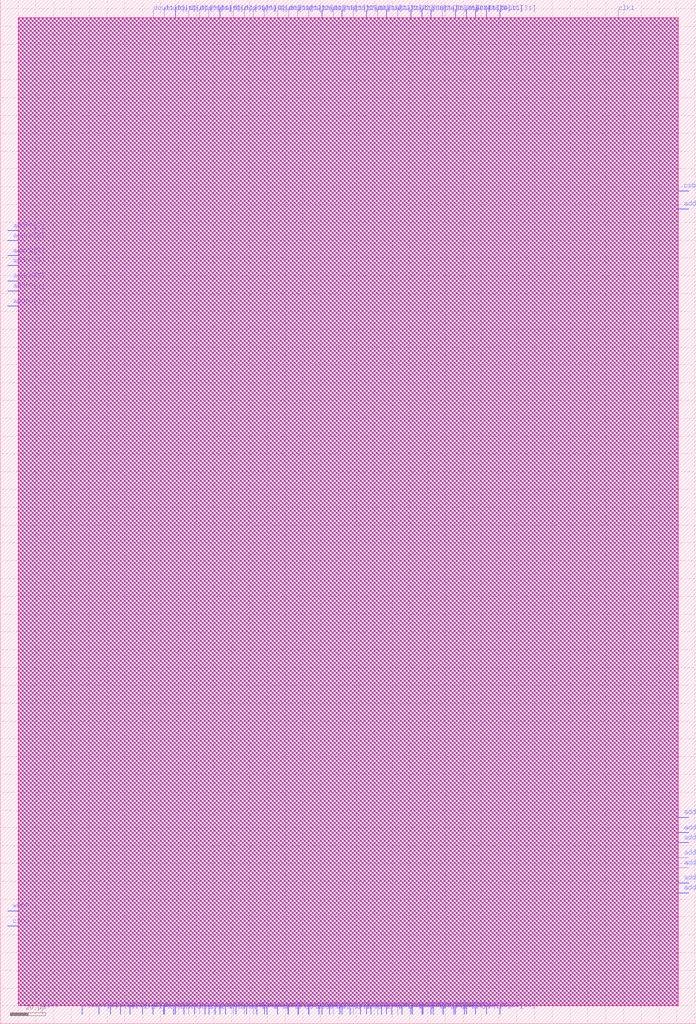
<source format=lef>
VERSION 5.7 ;
  NAMESCASESENSITIVE ON ;
  NOWIREEXTENSIONATPIN ON ;
  DIVIDERCHAR "/" ;
  BUSBITCHARS "[]" ;
UNITS
  DATABASE MICRONS 1000 ;
END UNITS
MACRO sram_1rw1r_32_256_8_s8
  CLASS BLOCK ;
  FOREIGN sram_1rw1r_32_256_8_s8 ;
  ORIGIN 0.000 0.000 ;
  SIZE 390.820 BY 574.890 ;
  SYMMETRY X Y R90 ;
  PIN din0[0]
    DIRECTION INPUT ;
    PORT
      LAYER met2 ;
        RECT 79.745 5.440 80.075 9.700 ;
    END
  END din0[0]


  PIN din0[1]
    DIRECTION INPUT ;
    PORT
      LAYER met2 ;
        RECT 85.575 5.440 85.905 9.700 ;
    END
  END din0[1]


  PIN din0[2]
    DIRECTION INPUT ;
    PORT
      LAYER met2 ;
        RECT 91.405 5.440 91.735 9.700 ;
    END
  END din0[2]


  PIN din0[3]
    DIRECTION INPUT ;
    PORT
      LAYER met2 ;
        RECT 97.235 5.440 97.565 9.700 ;
    END
  END din0[3]


  PIN din0[4]
    DIRECTION INPUT ;
    PORT
      LAYER met2 ;
        RECT 103.065 5.440 103.395 9.700 ;
    END
  END din0[4]


  PIN din0[5]
    DIRECTION INPUT ;
    PORT
      LAYER met2 ;
        RECT 108.895 5.440 109.225 9.700 ;
    END
  END din0[5]


  PIN din0[6]
    DIRECTION INPUT ;
    PORT
      LAYER met2 ;
        RECT 114.725 5.440 115.055 9.700 ;
    END
  END din0[6]


  PIN din0[7]
    DIRECTION INPUT ;
    PORT
      LAYER met2 ;
        RECT 120.555 5.440 120.885 9.700 ;
    END
  END din0[7]


  PIN din0[8]
    DIRECTION INPUT ;
    PORT
      LAYER met2 ;
        RECT 126.385 5.440 126.715 9.700 ;
    END
  END din0[8]


  PIN din0[9]
    DIRECTION INPUT ;
    PORT
      LAYER met2 ;
        RECT 132.215 5.440 132.545 9.700 ;
    END
  END din0[9]


  PIN din0[10]
    DIRECTION INPUT ;
    PORT
      LAYER met2 ;
        RECT 138.045 5.440 138.375 9.700 ;
    END
  END din0[10]


  PIN din0[11]
    DIRECTION INPUT ;
    PORT
      LAYER met2 ;
        RECT 143.875 5.440 144.205 9.700 ;
    END
  END din0[11]


  PIN din0[12]
    DIRECTION INPUT ;
    PORT
      LAYER met2 ;
        RECT 149.705 5.440 150.035 9.700 ;
    END
  END din0[12]


  PIN din0[13]
    DIRECTION INPUT ;
    PORT
      LAYER met2 ;
        RECT 155.535 5.440 155.865 9.700 ;
    END
  END din0[13]


  PIN din0[14]
    DIRECTION INPUT ;
    PORT
      LAYER met2 ;
        RECT 161.365 5.440 161.695 9.700 ;
    END
  END din0[14]


  PIN din0[15]
    DIRECTION INPUT ;
    PORT
      LAYER met2 ;
        RECT 167.195 5.440 167.525 9.700 ;
    END
  END din0[15]


  PIN din0[16]
    DIRECTION INPUT ;
    PORT
      LAYER met2 ;
        RECT 173.025 5.440 173.355 9.700 ;
    END
  END din0[16]


  PIN din0[17]
    DIRECTION INPUT ;
    PORT
      LAYER met2 ;
        RECT 178.855 5.440 179.185 9.700 ;
    END
  END din0[17]


  PIN din0[18]
    DIRECTION INPUT ;
    PORT
      LAYER met2 ;
        RECT 184.685 5.440 185.015 9.700 ;
    END
  END din0[18]


  PIN din0[19]
    DIRECTION INPUT ;
    PORT
      LAYER met2 ;
        RECT 190.515 5.440 190.845 9.700 ;
    END
  END din0[19]


  PIN din0[20]
    DIRECTION INPUT ;
    PORT
      LAYER met2 ;
        RECT 196.345 5.440 196.675 9.700 ;
    END
  END din0[20]


  PIN din0[21]
    DIRECTION INPUT ;
    PORT
      LAYER met2 ;
        RECT 202.175 5.440 202.505 9.700 ;
    END
  END din0[21]


  PIN din0[22]
    DIRECTION INPUT ;
    PORT
      LAYER met2 ;
        RECT 208.005 5.440 208.335 9.700 ;
    END
  END din0[22]


  PIN din0[23]
    DIRECTION INPUT ;
    PORT
      LAYER met2 ;
        RECT 213.835 5.440 214.165 9.700 ;
    END
  END din0[23]


  PIN din0[24]
    DIRECTION INPUT ;
    PORT
      LAYER met2 ;
        RECT 219.665 5.440 219.995 9.700 ;
    END
  END din0[24]


  PIN din0[25]
    DIRECTION INPUT ;
    PORT
      LAYER met2 ;
        RECT 225.495 5.440 225.825 9.700 ;
    END
  END din0[25]


  PIN din0[26]
    DIRECTION INPUT ;
    PORT
      LAYER met2 ;
        RECT 231.325 5.440 231.655 9.700 ;
    END
  END din0[26]


  PIN din0[27]
    DIRECTION INPUT ;
    PORT
      LAYER met2 ;
        RECT 237.155 5.440 237.485 9.700 ;
    END
  END din0[27]


  PIN din0[28]
    DIRECTION INPUT ;
    PORT
      LAYER met2 ;
        RECT 242.985 5.440 243.315 9.700 ;
    END
  END din0[28]


  PIN din0[29]
    DIRECTION INPUT ;
    PORT
      LAYER met2 ;
        RECT 248.815 5.440 249.145 9.700 ;
    END
  END din0[29]


  PIN din0[30]
    DIRECTION INPUT ;
    PORT
      LAYER met2 ;
        RECT 254.645 5.440 254.975 9.700 ;
    END
  END din0[30]


  PIN din0[31]
    DIRECTION INPUT ;
    PORT
      LAYER met2 ;
        RECT 260.475 5.440 260.805 9.700 ;
    END
  END din0[31]


  PIN addr0[0]
    DIRECTION INPUT ;
    PORT
      LAYER met2 ;
        RECT 72.655 5.440 72.985 9.700 ;
    END
  END addr0[0]


  PIN addr0[1]
    DIRECTION INPUT ;
    PORT
      LAYER met2 ;
        RECT 4.140 402.865 9.700 403.125 ;
    END
  END addr0[1]


  PIN addr0[2]
    DIRECTION INPUT ;
    PORT
      LAYER met2 ;
        RECT 4.140 411.385 9.700 411.645 ;
    END
  END addr0[2]


  PIN addr0[3]
    DIRECTION INPUT ;
    PORT
      LAYER met2 ;
        RECT 4.140 417.005 9.700 417.265 ;
    END
  END addr0[3]


  PIN addr0[4]
    DIRECTION INPUT ;
    PORT
      LAYER met2 ;
        RECT 4.140 425.525 9.700 425.785 ;
    END
  END addr0[4]


  PIN addr0[5]
    DIRECTION INPUT ;
    PORT
      LAYER met2 ;
        RECT 4.140 431.145 9.700 431.405 ;
    END
  END addr0[5]


  PIN addr0[6]
    DIRECTION INPUT ;
    PORT
      LAYER met2 ;
        RECT 4.140 439.665 9.700 439.925 ;
    END
  END addr0[6]


  PIN addr0[7]
    DIRECTION INPUT ;
    PORT
      LAYER met2 ;
        RECT 4.140 445.285 9.700 445.545 ;
    END
  END addr0[7]


  PIN addr1[0]
    DIRECTION INPUT ;
    PORT
      LAYER met2 ;
        RECT 381.120 457.375 386.680 457.635 ;
    END
  END addr1[0]


  PIN addr1[1]
    DIRECTION INPUT ;
    PORT
      LAYER met2 ;
        RECT 381.120 115.740 386.680 116.000 ;
    END
  END addr1[1]


  PIN addr1[2]
    DIRECTION INPUT ;
    PORT
      LAYER met2 ;
        RECT 381.120 107.220 386.680 107.480 ;
    END
  END addr1[2]


  PIN addr1[3]
    DIRECTION INPUT ;
    PORT
      LAYER met2 ;
        RECT 381.120 101.600 386.680 101.860 ;
    END
  END addr1[3]


  PIN addr1[4]
    DIRECTION INPUT ;
    PORT
      LAYER met2 ;
        RECT 381.120 93.080 386.680 93.340 ;
    END
  END addr1[4]


  PIN addr1[5]
    DIRECTION INPUT ;
    PORT
      LAYER met2 ;
        RECT 381.120 87.460 386.680 87.720 ;
    END
  END addr1[5]


  PIN addr1[6]
    DIRECTION INPUT ;
    PORT
      LAYER met2 ;
        RECT 381.120 78.940 386.680 79.200 ;
    END
  END addr1[6]


  PIN addr1[7]
    DIRECTION INPUT ;
    PORT
      LAYER met2 ;
        RECT 381.120 73.320 386.680 73.580 ;
    END
  END addr1[7]


  PIN csb0
    DIRECTION INPUT ;
    PORT
      LAYER met2 ;
        RECT 4.140 54.690 9.700 54.950 ;
    END
  END csb0


  PIN csb1
    DIRECTION INPUT ;
    PORT
      LAYER met2 ;
        RECT 381.120 467.530 386.680 467.790 ;
    END
  END csb1


  PIN web0
    DIRECTION INPUT ;
    PORT
      LAYER met2 ;
        RECT 4.140 63.210 9.700 63.470 ;
    END
  END web0


  PIN clk0
    DIRECTION INPUT ;
    PORT
      LAYER met2 ;
        RECT 23.535 5.440 23.675 9.700 ;
    END
  END clk0


  PIN clk1
    DIRECTION INPUT ;
    PORT
      LAYER met2 ;
        RECT 346.945 565.190 347.085 569.450 ;
    END
  END clk1


  PIN wmask0[0]
    DIRECTION INPUT ;
    PORT
      LAYER met2 ;
        RECT 67.300 5.440 67.630 9.700 ;
    END
  END wmask0[0]


  PIN wmask0[1]
    DIRECTION INPUT ;
    PORT
      LAYER met2 ;
        RECT 61.750 5.440 62.080 9.700 ;
    END
  END wmask0[1]


  PIN wmask0[2]
    DIRECTION INPUT ;
    PORT
      LAYER met2 ;
        RECT 55.305 5.440 55.635 9.700 ;
    END
  END wmask0[2]


  PIN wmask0[3]
    DIRECTION INPUT ;
    PORT
      LAYER met2 ;
        RECT 45.885 5.440 46.215 9.700 ;
    END
  END wmask0[3]


  PIN dout0[0]
    DIRECTION OUTPUT ;
    PORT
      LAYER met1 ;
        RECT 85.820 5.440 86.035 9.700 ;
    END
  END dout0[0]


  PIN dout0[1]
    DIRECTION OUTPUT ;
    PORT
      LAYER met1 ;
        RECT 92.060 5.440 92.275 9.700 ;
    END
  END dout0[1]


  PIN dout0[2]
    DIRECTION OUTPUT ;
    PORT
      LAYER met1 ;
        RECT 98.300 5.440 98.515 9.700 ;
    END
  END dout0[2]


  PIN dout0[3]
    DIRECTION OUTPUT ;
    PORT
      LAYER met1 ;
        RECT 105.780 5.440 105.920 9.700 ;
    END
  END dout0[3]


  PIN dout0[4]
    DIRECTION OUTPUT ;
    PORT
      LAYER met1 ;
        RECT 112.020 5.440 112.160 9.700 ;
    END
  END dout0[4]


  PIN dout0[5]
    DIRECTION OUTPUT ;
    PORT
      LAYER met1 ;
        RECT 117.020 5.440 117.235 9.700 ;
    END
  END dout0[5]


  PIN dout0[6]
    DIRECTION OUTPUT ;
    PORT
      LAYER met1 ;
        RECT 123.260 5.440 123.475 9.700 ;
    END
  END dout0[6]


  PIN dout0[7]
    DIRECTION OUTPUT ;
    PORT
      LAYER met1 ;
        RECT 130.740 5.440 130.880 9.700 ;
    END
  END dout0[7]


  PIN dout0[8]
    DIRECTION OUTPUT ;
    PORT
      LAYER met1 ;
        RECT 136.980 5.440 137.120 9.700 ;
    END
  END dout0[8]


  PIN dout0[9]
    DIRECTION OUTPUT ;
    PORT
      LAYER met1 ;
        RECT 141.980 5.440 142.195 9.700 ;
    END
  END dout0[9]


  PIN dout0[10]
    DIRECTION OUTPUT ;
    PORT
      LAYER met1 ;
        RECT 148.220 5.440 148.435 9.700 ;
    END
  END dout0[10]


  PIN dout0[11]
    DIRECTION OUTPUT ;
    PORT
      LAYER met1 ;
        RECT 155.700 5.440 155.840 9.700 ;
    END
  END dout0[11]


  PIN dout0[12]
    DIRECTION OUTPUT ;
    PORT
      LAYER met1 ;
        RECT 161.940 5.440 162.080 9.700 ;
    END
  END dout0[12]


  PIN dout0[13]
    DIRECTION OUTPUT ;
    PORT
      LAYER met1 ;
        RECT 166.940 5.440 167.155 9.700 ;
    END
  END dout0[13]


  PIN dout0[14]
    DIRECTION OUTPUT ;
    PORT
      LAYER met1 ;
        RECT 173.180 5.440 173.395 9.700 ;
    END
  END dout0[14]


  PIN dout0[15]
    DIRECTION OUTPUT ;
    PORT
      LAYER met1 ;
        RECT 180.660 5.440 180.800 9.700 ;
    END
  END dout0[15]


  PIN dout0[16]
    DIRECTION OUTPUT ;
    PORT
      LAYER met1 ;
        RECT 186.900 5.440 187.040 9.700 ;
    END
  END dout0[16]


  PIN dout0[17]
    DIRECTION OUTPUT ;
    PORT
      LAYER met1 ;
        RECT 191.900 5.440 192.115 9.700 ;
    END
  END dout0[17]


  PIN dout0[18]
    DIRECTION OUTPUT ;
    PORT
      LAYER met1 ;
        RECT 198.140 5.440 198.355 9.700 ;
    END
  END dout0[18]


  PIN dout0[19]
    DIRECTION OUTPUT ;
    PORT
      LAYER met1 ;
        RECT 205.620 5.440 205.760 9.700 ;
    END
  END dout0[19]


  PIN dout0[20]
    DIRECTION OUTPUT ;
    PORT
      LAYER met1 ;
        RECT 211.860 5.440 212.000 9.700 ;
    END
  END dout0[20]


  PIN dout0[21]
    DIRECTION OUTPUT ;
    PORT
      LAYER met1 ;
        RECT 216.860 5.440 217.075 9.700 ;
    END
  END dout0[21]


  PIN dout0[22]
    DIRECTION OUTPUT ;
    PORT
      LAYER met1 ;
        RECT 223.100 5.440 223.315 9.700 ;
    END
  END dout0[22]


  PIN dout0[23]
    DIRECTION OUTPUT ;
    PORT
      LAYER met1 ;
        RECT 230.580 5.440 230.720 9.700 ;
    END
  END dout0[23]


  PIN dout0[24]
    DIRECTION OUTPUT ;
    PORT
      LAYER met1 ;
        RECT 236.820 5.440 236.960 9.700 ;
    END
  END dout0[24]


  PIN dout0[25]
    DIRECTION OUTPUT ;
    PORT
      LAYER met1 ;
        RECT 241.820 5.440 242.035 9.700 ;
    END
  END dout0[25]


  PIN dout0[26]
    DIRECTION OUTPUT ;
    PORT
      LAYER met1 ;
        RECT 248.060 5.440 248.275 9.700 ;
    END
  END dout0[26]


  PIN dout0[27]
    DIRECTION OUTPUT ;
    PORT
      LAYER met1 ;
        RECT 255.540 5.440 255.680 9.700 ;
    END
  END dout0[27]


  PIN dout0[28]
    DIRECTION OUTPUT ;
    PORT
      LAYER met1 ;
        RECT 261.780 5.440 261.920 9.700 ;
    END
  END dout0[28]


  PIN dout0[29]
    DIRECTION OUTPUT ;
    PORT
      LAYER met1 ;
        RECT 266.780 5.440 266.995 9.700 ;
    END
  END dout0[29]


  PIN dout0[30]
    DIRECTION OUTPUT ;
    PORT
      LAYER met1 ;
        RECT 273.020 5.440 273.235 9.700 ;
    END
  END dout0[30]


  PIN dout0[31]
    DIRECTION OUTPUT ;
    PORT
      LAYER met1 ;
        RECT 280.500 5.440 280.640 9.700 ;
    END
  END dout0[31]


  PIN dout1[0]
    DIRECTION OUTPUT ;
    PORT
      LAYER met1 ;
        RECT 85.820 565.190 85.960 569.450 ;
    END
  END dout1[0]


  PIN dout1[1]
    DIRECTION OUTPUT ;
    PORT
      LAYER met1 ;
        RECT 92.060 565.190 92.200 569.450 ;
    END
  END dout1[1]


  PIN dout1[2]
    DIRECTION OUTPUT ;
    PORT
      LAYER met1 ;
        RECT 98.300 565.190 98.440 569.450 ;
    END
  END dout1[2]


  PIN dout1[3]
    DIRECTION OUTPUT ;
    PORT
      LAYER met1 ;
        RECT 105.780 565.190 105.920 569.450 ;
    END
  END dout1[3]


  PIN dout1[4]
    DIRECTION OUTPUT ;
    PORT
      LAYER met1 ;
        RECT 112.020 565.190 112.160 569.450 ;
    END
  END dout1[4]


  PIN dout1[5]
    DIRECTION OUTPUT ;
    PORT
      LAYER met1 ;
        RECT 117.020 565.190 117.160 569.450 ;
    END
  END dout1[5]


  PIN dout1[6]
    DIRECTION OUTPUT ;
    PORT
      LAYER met1 ;
        RECT 123.260 565.190 123.400 569.450 ;
    END
  END dout1[6]


  PIN dout1[7]
    DIRECTION OUTPUT ;
    PORT
      LAYER met1 ;
        RECT 130.740 565.190 130.880 569.450 ;
    END
  END dout1[7]


  PIN dout1[8]
    DIRECTION OUTPUT ;
    PORT
      LAYER met1 ;
        RECT 136.980 565.190 137.120 569.450 ;
    END
  END dout1[8]


  PIN dout1[9]
    DIRECTION OUTPUT ;
    PORT
      LAYER met1 ;
        RECT 141.980 565.190 142.120 569.450 ;
    END
  END dout1[9]


  PIN dout1[10]
    DIRECTION OUTPUT ;
    PORT
      LAYER met1 ;
        RECT 148.220 565.190 148.360 569.450 ;
    END
  END dout1[10]


  PIN dout1[11]
    DIRECTION OUTPUT ;
    PORT
      LAYER met1 ;
        RECT 155.700 565.190 155.840 569.450 ;
    END
  END dout1[11]


  PIN dout1[12]
    DIRECTION OUTPUT ;
    PORT
      LAYER met1 ;
        RECT 161.940 565.190 162.080 569.450 ;
    END
  END dout1[12]


  PIN dout1[13]
    DIRECTION OUTPUT ;
    PORT
      LAYER met1 ;
        RECT 166.940 565.190 167.080 569.450 ;
    END
  END dout1[13]


  PIN dout1[14]
    DIRECTION OUTPUT ;
    PORT
      LAYER met1 ;
        RECT 173.180 565.190 173.320 569.450 ;
    END
  END dout1[14]


  PIN dout1[15]
    DIRECTION OUTPUT ;
    PORT
      LAYER met1 ;
        RECT 180.660 565.190 180.800 569.450 ;
    END
  END dout1[15]


  PIN dout1[16]
    DIRECTION OUTPUT ;
    PORT
      LAYER met1 ;
        RECT 186.900 565.190 187.040 569.450 ;
    END
  END dout1[16]


  PIN dout1[17]
    DIRECTION OUTPUT ;
    PORT
      LAYER met1 ;
        RECT 191.900 565.190 192.040 569.450 ;
    END
  END dout1[17]


  PIN dout1[18]
    DIRECTION OUTPUT ;
    PORT
      LAYER met1 ;
        RECT 198.140 565.190 198.280 569.450 ;
    END
  END dout1[18]


  PIN dout1[19]
    DIRECTION OUTPUT ;
    PORT
      LAYER met1 ;
        RECT 205.620 565.190 205.760 569.450 ;
    END
  END dout1[19]


  PIN dout1[20]
    DIRECTION OUTPUT ;
    PORT
      LAYER met1 ;
        RECT 211.860 565.190 212.000 569.450 ;
    END
  END dout1[20]


  PIN dout1[21]
    DIRECTION OUTPUT ;
    PORT
      LAYER met1 ;
        RECT 216.860 565.190 217.000 569.450 ;
    END
  END dout1[21]


  PIN dout1[22]
    DIRECTION OUTPUT ;
    PORT
      LAYER met1 ;
        RECT 223.100 565.190 223.240 569.450 ;
    END
  END dout1[22]


  PIN dout1[23]
    DIRECTION OUTPUT ;
    PORT
      LAYER met1 ;
        RECT 230.580 565.190 230.720 569.450 ;
    END
  END dout1[23]


  PIN dout1[24]
    DIRECTION OUTPUT ;
    PORT
      LAYER met1 ;
        RECT 236.820 565.190 236.960 569.450 ;
    END
  END dout1[24]


  PIN dout1[25]
    DIRECTION OUTPUT ;
    PORT
      LAYER met1 ;
        RECT 241.820 565.190 241.960 569.450 ;
    END
  END dout1[25]


  PIN dout1[26]
    DIRECTION OUTPUT ;
    PORT
      LAYER met1 ;
        RECT 248.060 565.190 248.200 569.450 ;
    END
  END dout1[26]


  PIN dout1[27]
    DIRECTION OUTPUT ;
    PORT
      LAYER met1 ;
        RECT 255.540 565.190 255.680 569.450 ;
    END
  END dout1[27]


  PIN dout1[28]
    DIRECTION OUTPUT ;
    PORT
      LAYER met1 ;
        RECT 261.780 565.190 261.920 569.450 ;
    END
  END dout1[28]


  PIN dout1[29]
    DIRECTION OUTPUT ;
    PORT
      LAYER met1 ;
        RECT 266.780 565.190 266.920 569.450 ;
    END
  END dout1[29]


  PIN dout1[30]
    DIRECTION OUTPUT ;
    PORT
      LAYER met1 ;
        RECT 273.020 565.190 273.160 569.450 ;
    END
  END dout1[30]


  PIN dout1[31]
    DIRECTION OUTPUT ;
    PORT
      LAYER met1 ;
        RECT 280.500 565.190 280.640 569.450 ;
    END
  END dout1[31]


  OBS
     LAYER li1 ;
       RECT 10.000 10.000 380.82 564.89 ;
     LAYER met1 ;
       RECT 10.000 10.000 380.82 564.89 ;
     LAYER met2 ;
       RECT 10.000 10.000 380.82 564.89 ;
     LAYER met3 ;
       RECT 10.000 10.000 380.82 564.89 ;
     LAYER met4 ;
       RECT 10.000 10.000 380.82 564.89 ;
     LAYER met5 ;
       RECT 10.000 10.000 380.82 564.89 ;
  END
END sram_1rw1r_32_256_8_s8

</source>
